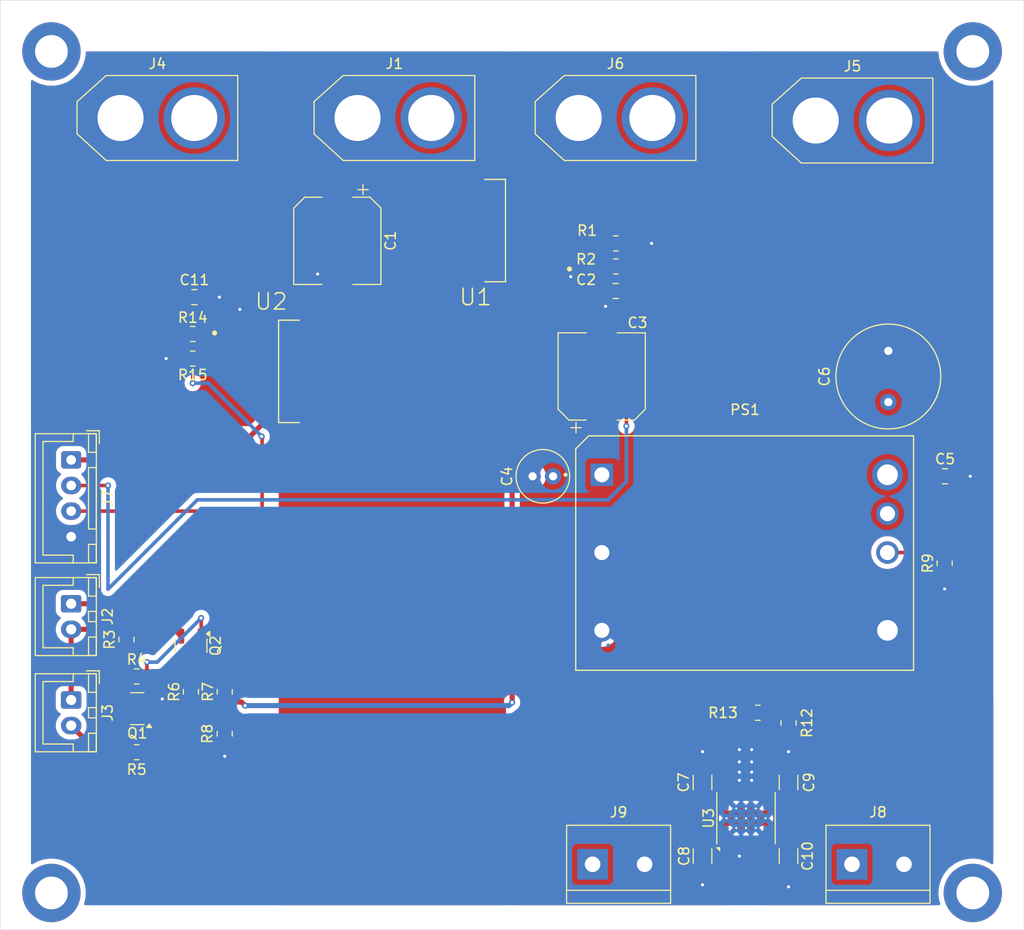
<source format=kicad_pcb>
(kicad_pcb (version 20241229) (generator "pcbnew") (generator_version "9.0")
  (layers (0 "F.Cu" signal) (2 "B.Cu" signal) (13 "F.Paste" user) (15 "B.Paste" user) (5 "F.SilkS" user "F.Silkscreen") (7 "B.SilkS" user "B.Silkscreen") (1 "F.Mask" user) (3 "B.Mask" user) (25 "Edge.Cuts" user))
  (net 0 "")
  (net 1 "GND")
  (net 2 "24V_BAT")
  (net 3 "LOAD_VCC")
  (net 4 "+12V")
  (net 5 "+5V")
  (net 6 "/HE_IS")
  (net 7 "Net-(J2-Pin_2)")
  (net 8 "Net-(J3-Pin_2)")
  (net 9 "/HE+")
  (net 10 "/PWR_CTRL_IS")
  (net 11 "/HE_CTRL")
  (net 12 "Net-(PS1-TRIM)")
  (net 13 "Net-(Q1-B)")
  (net 14 "Net-(Q1-C)")
  (net 15 "Net-(Q2-B)")
  (net 16 "Net-(Q2-C)")
  (net 17 "Net-(U1-IS)")
  (net 18 "/PWR_CTRL")
  (net 19 "Net-(U3-FB)")
  (net 20 "Net-(U2-IS)")
  (footprint "MountingHole:MountingHole_3.2mm_M3_ISO7380_Pad" (layer "F.Cu") (at 45 132.2)
    (property "Reference" "REF**" (hide yes))
    (property "Value" "MountingHole_3.2mm_M3_ISO7380_Pad" (hide yes))
    (pad "1" thru_hole circle (at 0 0) (size 5.7 5.7) (drill 3.2) (layers "*.Cu" "*.Mask"))
  )
  (footprint "Connector_JST:JST_XH_B2B-XH-A_1x02_P2.50mm_Vertical" (layer "F.Cu") (at 46.925 103.95 -90)
    (property "Reference" "J2" (at 1.25 -3.55 90) (layer "F.SilkS"))
    (property "Value" "ESTOP")
    (pad "1" thru_hole roundrect (at 0 0 270) (size 1.7 2) (drill 1) (layers "*.Cu" "*.Mask") (roundrect_rratio 0.147059) (net 2 "24V_BAT"))
    (pad "2" thru_hole oval (at 2.5 0 270) (size 1.7 2) (drill 1) (layers "*.Cu" "*.Mask") (net 7 "Net-(J2-Pin_2)"))
  )
  (footprint "BTS50010-1TAE:BTS50010-1TAE" (layer "F.Cu") (at 69.6125 81.25)
    (property "Reference" "U2" (at -3.145 -6.82 0) (layer "F.SilkS") (effects (font (size 1.6 1.6))))
    (property "Value" "BTS50010-1TAE")
    (pad "1" smd rect (at -6.075 -3.81) (size 3.7 0.8) (layers "F.Cu" "F.Mask" "F.Paste") (net 1 "GND"))
    (pad "2" smd rect (at -6.075 -2.54) (size 3.7 0.8) (layers "F.Cu" "F.Mask" "F.Paste") (net 11 "/HE_CTRL"))
    (pad "3" smd rect (at -6.075 -1.27) (size 3.7 0.8) (layers "F.Cu" "F.Mask" "F.Paste") (net 20 "Net-(U2-IS)"))
    (pad "5" smd rect (at -6.075 1.27) (size 3.7 0.8) (layers "F.Cu" "F.Mask" "F.Paste") (net 9 "/HE+"))
    (pad "6" smd rect (at -6.075 2.54) (size 3.7 0.8) (layers "F.Cu" "F.Mask" "F.Paste") (net 9 "/HE+"))
    (pad "7" smd rect (at -6.075 3.81) (size 3.7 0.8) (layers "F.Cu" "F.Mask" "F.Paste") (net 9 "/HE+"))
    (pad "8" smd rect (at 3.925 0 90) (size 10.3 8) (layers "F.Cu" "F.Mask") (net 2 "24V_BAT"))
  )
  (footprint "Capacitor_SMD:CP_Elec_8x10" (layer "F.Cu") (at 98.75 81.75 90)
    (property "Reference" "C3" (at 5.25 3.5 0) (layer "F.SilkS"))
    (property "Value" "100uF")
    (pad "1" smd roundrect (at -3.25 0 90) (size 3.5 2.5) (layers "F.Cu" "F.Mask" "F.Paste") (roundrect_rratio 0.1) (net 3 "LOAD_VCC"))
    (pad "2" smd roundrect (at 3.25 0 90) (size 3.5 2.5) (layers "F.Cu" "F.Mask" "F.Paste") (roundrect_rratio 0.1) (net 1 "GND"))
  )
  (footprint "Package_TO_SOT_SMD:SOT-23" (layer "F.Cu") (at 58.625 108.05 -90)
    (property "Reference" "Q2" (at 0 -2.4 90) (layer "F.SilkS"))
    (property "Value" "MMBT3906")
    (pad "1" smd roundrect (at -0.9375 -0.95 270) (size 1.475 0.6) (layers "F.Cu" "F.Mask" "F.Paste") (net 15 "Net-(Q2-B)"))
    (pad "2" smd roundrect (at -0.9375 0.95 270) (size 1.475 0.6) (layers "F.Cu" "F.Mask" "F.Paste") (net 7 "Net-(J2-Pin_2)"))
    (pad "3" smd roundrect (at 0.9375 0 270) (size 1.475 0.6) (layers "F.Cu" "F.Mask" "F.Paste") (net 16 "Net-(Q2-C)"))
  )
  (footprint "Connector_AMASS:AMASS_XT60-M_1x02_P7.20mm_Vertical" (layer "F.Cu") (at 119.65 56.75)
    (property "Reference" "J5" (at 3.6 -5.3 180) (layer "F.SilkS"))
    (property "Value" "XT60-M")
    (pad "1" thru_hole roundrect (at 0 0) (size 6 6) (drill 4.5) (layers "*.Cu" "*.Mask") (net 1 "GND"))
    (pad "2" thru_hole circle (at 7.2 0) (size 6 6) (drill 4.5) (layers "*.Cu" "*.Mask") (net 4 "+12V"))
  )
  (footprint "Resistor_SMD:R_0805_2012Metric_Pad1.20x1.40mm_HandSolder" (layer "F.Cu") (at 132.25 100 90)
    (property "Reference" "R9" (at 0 -1.65 90) (layer "F.SilkS"))
    (property "Value" "1.4k")
    (pad "1" smd roundrect (at -1 0 90) (size 1.2 1.4) (layers "F.Cu" "F.Mask" "F.Paste") (roundrect_rratio 0.208333) (net 1 "GND"))
    (pad "2" smd roundrect (at 1 0 90) (size 1.2 1.4) (layers "F.Cu" "F.Mask" "F.Paste") (roundrect_rratio 0.208333) (net 12 "Net-(PS1-TRIM)"))
  )
  (footprint "Resistor_SMD:R_0805_2012Metric_Pad1.20x1.40mm_HandSolder" (layer "F.Cu") (at 114 114.6)
    (property "Reference" "R13" (at -3.4 0 0) (layer "F.SilkS"))
    (property "Value" "2.49k")
    (pad "1" smd roundrect (at -1 0) (size 1.2 1.4) (layers "F.Cu" "F.Mask" "F.Paste") (roundrect_rratio 0.208333) (net 1 "GND"))
    (pad "2" smd roundrect (at 1 0) (size 1.2 1.4) (layers "F.Cu" "F.Mask" "F.Paste") (roundrect_rratio 0.208333) (net 19 "Net-(U3-FB)"))
  )
  (footprint "Resistor_SMD:R_0805_2012Metric_Pad1.20x1.40mm_HandSolder" (layer "F.Cu") (at 100.125 68.75 180)
    (property "Reference" "R1" (at 2.8 1.25 0) (layer "F.SilkS"))
    (property "Value" "1k" (hide yes))
    (pad "1" smd roundrect (at -1 0 180) (size 1.2 1.4) (layers "F.Cu" "F.Mask" "F.Paste") (roundrect_rratio 0.208333) (net 1 "GND"))
    (pad "2" smd roundrect (at 1 0 180) (size 1.2 1.4) (layers "F.Cu" "F.Mask" "F.Paste") (roundrect_rratio 0.208333) (net 17 "Net-(U1-IS)"))
  )
  (footprint "I6A24014A033V-001-R:I6A24014A033V-001-R" (layer "F.Cu") (at 112.7125 99)
    (property "Reference" "PS1" (at 0.0375 -14 0) (layer "F.SilkS"))
    (property "Value" "I6A24014A033V-001-R")
    (pad "1" thru_hole rect (at -13.95 -7.65) (size 2.205 2.205) (drill 1.47) (layers "*.Cu" "*.Mask") (net 3 "LOAD_VCC"))
    (pad "2" thru_hole circle (at -13.95 -0.05) (size 2.205 2.205) (drill 1.47) (layers "*.Cu" "*.Mask") (net 1 "GND"))
    (pad "3" thru_hole circle (at -13.95 7.55) (size 2.205 2.205) (drill 1.47) (layers "*.Cu" "*.Mask") (net 1 "GND"))
    (pad "4" thru_hole circle (at 13.95 7.55) (size 3.03 3.03) (drill 2.02) (layers "*.Cu" "*.Mask") (net 1 "GND"))
    (pad "6" thru_hole circle (at 13.95 -0.05) (size 2.205 2.205) (drill 1.47) (layers "*.Cu" "*.Mask") (net 12 "Net-(PS1-TRIM)"))
    (pad "7" thru_hole circle (at 13.95 -3.85) (size 2.205 2.205) (drill 1.47) (layers "*.Cu" "*.Mask") (net 4 "+12V"))
    (pad "8" thru_hole circle (at 13.95 -7.65) (size 3.03 3.03) (drill 2.02) (layers "*.Cu" "*.Mask") (net 4 "+12V"))
  )
  (footprint "Connector_AMASS:AMASS_XT60-M_1x02_P7.20mm_Vertical" (layer "F.Cu") (at 74.9 56.5)
    (property "Reference" "J1" (at 3.6 -5.3 180) (layer "F.SilkS"))
    (property "Value" "XT60-M")
    (pad "1" thru_hole roundrect (at 0 0) (size 6 6) (drill 4.5) (layers "*.Cu" "*.Mask") (net 1 "GND"))
    (pad "2" thru_hole circle (at 7.2 0) (size 6 6) (drill 4.5) (layers "*.Cu" "*.Mask") (net 2 "24V_BAT"))
  )
  (footprint "MountingHole:MountingHole_3.2mm_M3_ISO7380_Pad" (layer "F.Cu") (at 45 50)
    (property "Reference" "REF**" (hide yes))
    (property "Value" "MountingHole_3.2mm_M3_ISO7380_Pad" (hide yes))
    (pad "1" thru_hole circle (at 0 0) (size 5.7 5.7) (drill 3.2) (layers "*.Cu" "*.Mask"))
  )
  (footprint "Capacitor_SMD:C_0805_2012Metric_Pad1.18x1.45mm_HandSolder" (layer "F.Cu") (at 100.125 73.4 180)
    (property "Reference" "C2" (at 2.9 1.1 0) (layer "F.SilkS"))
    (property "Value" "10nF" (hide yes))
    (pad "1" smd roundrect (at -1.0375 0 180) (size 1.175 1.45) (layers "F.Cu" "F.Mask" "F.Paste") (roundrect_rratio 0.212766) (net 10 "/PWR_CTRL_IS"))
    (pad "2" smd roundrect (at 1.0375 0 180) (size 1.175 1.45) (layers "F.Cu" "F.Mask" "F.Paste") (roundrect_rratio 0.212766) (net 1 "GND"))
  )
  (footprint "Connector_AMASS:AMASS_XT60-M_1x02_P7.20mm_Vertical" (layer "F.Cu") (at 96.5 56.5)
    (property "Reference" "J6" (at 3.6 -5.3 180) (layer "F.SilkS"))
    (property "Value" "XT60-M")
    (pad "1" thru_hole roundrect (at 0 0) (size 6 6) (drill 4.5) (layers "*.Cu" "*.Mask") (net 1 "GND"))
    (pad "2" thru_hole circle (at 7.2 0) (size 6 6) (drill 4.5) (layers "*.Cu" "*.Mask") (net 3 "LOAD_VCC"))
  )
  (footprint "Capacitor_THT:C_Radial_D10.0mm_H12.5mm_P5.00mm" (layer "F.Cu") (at 126.75 84.25 90)
    (property "Reference" "C6" (at 2.5 -6.25 90) (layer "F.SilkS"))
    (property "Value" "330uF")
    (pad "1" thru_hole circle (at 0 0 90) (size 1.6 1.6) (drill 0.8) (layers "*.Cu" "*.Mask") (net 4 "+12V"))
    (pad "2" thru_hole circle (at 5 0 90) (size 1.6 1.6) (drill 0.8) (layers "*.Cu" "*.Mask") (net 1 "GND"))
  )
  (footprint "Resistor_SMD:R_0805_2012Metric_Pad1.20x1.40mm_HandSolder" (layer "F.Cu") (at 58.8 80)
    (property "Reference" "R14" (at 0 -4 0) (layer "F.SilkS"))
    (property "Value" "1k")
    (pad "1" smd roundrect (at -1 0) (size 1.2 1.4) (layers "F.Cu" "F.Mask" "F.Paste") (roundrect_rratio 0.208333) (net 1 "GND"))
    (pad "2" smd roundrect (at 1 0) (size 1.2 1.4) (layers "F.Cu" "F.Mask" "F.Paste") (roundrect_rratio 0.208333) (net 20 "Net-(U2-IS)"))
  )
  (footprint "Resistor_SMD:R_0805_2012Metric_Pad1.20x1.40mm_HandSolder" (layer "F.Cu") (at 52.325 107.45 90)
    (property "Reference" "R3" (at 0 -1.65 90) (layer "F.SilkS"))
    (property "Value" "10k")
    (pad "1" smd roundrect (at -1 0 90) (size 1.2 1.4) (layers "F.Cu" "F.Mask" "F.Paste") (roundrect_rratio 0.208333) (net 14 "Net-(Q1-C)"))
    (pad "2" smd roundrect (at 1 0 90) (size 1.2 1.4) (layers "F.Cu" "F.Mask" "F.Paste") (roundrect_rratio 0.208333) (net 7 "Net-(J2-Pin_2)"))
  )
  (footprint "Resistor_SMD:R_0805_2012Metric_Pad1.20x1.40mm_HandSolder" (layer "F.Cu") (at 117 115.6 -90)
    (property "Reference" "R12" (at 0 -1.8 90) (layer "F.SilkS"))
    (property "Value" "10k")
    (pad "1" smd roundrect (at -1 0 270) (size 1.2 1.4) (layers "F.Cu" "F.Mask" "F.Paste") (roundrect_rratio 0.208333) (net 19 "Net-(U3-FB)"))
    (pad "2" smd roundrect (at 1 0 270) (size 1.2 1.4) (layers "F.Cu" "F.Mask" "F.Paste") (roundrect_rratio 0.208333) (net 5 "+5V"))
  )
  (footprint "Resistor_SMD:R_0805_2012Metric_Pad1.20x1.40mm_HandSolder" (layer "F.Cu") (at 100.125 71)
    (property "Reference" "R2" (at -2.9 -0.7 180) (layer "F.SilkS"))
    (property "Value" "4.7k" (hide yes))
    (pad "1" smd roundrect (at -1 0) (size 1.2 1.4) (layers "F.Cu" "F.Mask" "F.Paste") (roundrect_rratio 0.208333) (net 17 "Net-(U1-IS)"))
    (pad "2" smd roundrect (at 1 0) (size 1.2 1.4) (layers "F.Cu" "F.Mask" "F.Paste") (roundrect_rratio 0.208333) (net 10 "/PWR_CTRL_IS"))
  )
  (footprint "Capacitor_SMD:C_1206_3216Metric_Pad1.33x1.80mm_HandSolder" (layer "F.Cu") (at 117 121.4 90)
    (property "Reference" "C9" (at 0 2 90) (layer "F.SilkS"))
    (property "Value" "47uF")
    (pad "1" smd roundrect (at -1.5625 0 90) (size 1.325 1.8) (layers "F.Cu" "F.Mask" "F.Paste") (roundrect_rratio 0.188679) (net 5 "+5V"))
    (pad "2" smd roundrect (at 1.5625 0 90) (size 1.325 1.8) (layers "F.Cu" "F.Mask" "F.Paste") (roundrect_rratio 0.188679) (net 1 "GND"))
  )
  (footprint "Capacitor_THT:C_Radial_D5.0mm_H11.0mm_P2.00mm" (layer "F.Cu") (at 94 91.5 180)
    (property "Reference" "C4" (at 4.5 0 90) (layer "F.SilkS"))
    (property "Value" "22uF")
    (pad "1" thru_hole circle (at 0 0 180) (size 1.6 1.6) (drill 0.8) (layers "*.Cu" "*.Mask") (net 3 "LOAD_VCC"))
    (pad "2" thru_hole circle (at 2 0 180) (size 1.6 1.6) (drill 0.8) (layers "*.Cu" "*.Mask") (net 1 "GND"))
  )
  (footprint "Capacitor_SMD:C_1206_3216Metric_Pad1.33x1.80mm_HandSolder" (layer "F.Cu") (at 108.6 121.4 90)
    (property "Reference" "C7" (at 0 -1.85 90) (layer "F.SilkS"))
    (property "Value" "10uF")
    (pad "1" smd roundrect (at -1.5625 0 90) (size 1.325 1.8) (layers "F.Cu" "F.Mask" "F.Paste") (roundrect_rratio 0.188679) (net 3 "LOAD_VCC"))
    (pad "2" smd roundrect (at 1.5625 0 90) (size 1.325 1.8) (layers "F.Cu" "F.Mask" "F.Paste") (roundrect_rratio 0.188679) (net 1 "GND"))
  )
  (footprint "Connector_AMASS:AMASS_XT60-M_1x02_P7.20mm_Vertical" (layer "F.Cu") (at 51.75 56.5)
    (property "Reference" "J4" (at 3.6 -5.3 180) (layer "F.SilkS"))
    (property "Value" "XT60-M")
    (pad "1" thru_hole roundrect (at 0 0) (size 6 6) (drill 4.5) (layers "*.Cu" "*.Mask") (net 1 "GND"))
    (pad "2" thru_hole circle (at 7.2 0) (size 6 6) (drill 4.5) (layers "*.Cu" "*.Mask") (net 9 "/HE+"))
  )
  (footprint "Capacitor_SMD:C_1206_3216Metric_Pad1.33x1.80mm_HandSolder" (layer "F.Cu") (at 108.6 128.6 -90)
    (property "Reference" "C8" (at 0 1.8 90) (layer "F.SilkS"))
    (property "Value" "10uF")
    (pad "1" smd roundrect (at -1.5625 0 270) (size 1.325 1.8) (layers "F.Cu" "F.Mask" "F.Paste") (roundrect_rratio 0.188679) (net 3 "LOAD_VCC"))
    (pad "2" smd roundrect (at 1.5625 0 270) (size 1.325 1.8) (layers "F.Cu" "F.Mask" "F.Paste") (roundrect_rratio 0.188679) (net 1 "GND"))
  )
  (footprint "Resistor_SMD:R_0805_2012Metric_Pad1.20x1.40mm_HandSolder" (layer "F.Cu") (at 58.8 77.6 180)
    (property "Reference" "R15" (at 0 -4 0) (layer "F.SilkS"))
    (property "Value" "4.7k")
    (pad "1" smd roundrect (at -1 0 180) (size 1.2 1.4) (layers "F.Cu" "F.Mask" "F.Paste") (roundrect_rratio 0.208333) (net 20 "Net-(U2-IS)"))
    (pad "2" smd roundrect (at 1 0 180) (size 1.2 1.4) (layers "F.Cu" "F.Mask" "F.Paste") (roundrect_rratio 0.208333) (net 6 "/HE_IS"))
  )
  (footprint "Resistor_SMD:R_0805_2012Metric_Pad1.20x1.40mm_HandSolder" (layer "F.Cu") (at 61.925 116.65 90)
    (property "Reference" "R8" (at 0 -1.7 90) (layer "F.SilkS"))
    (property "Value" "10k")
    (pad "1" smd roundrect (at -1 0 90) (size 1.2 1.4) (layers "F.Cu" "F.Mask" "F.Paste") (roundrect_rratio 0.208333) (net 1 "GND"))
    (pad "2" smd roundrect (at 1 0 90) (size 1.2 1.4) (layers "F.Cu" "F.Mask" "F.Paste") (roundrect_rratio 0.208333) (net 18 "/PWR_CTRL"))
  )
  (footprint "Package_TO_SOT_SMD:SOT-23" (layer "F.Cu") (at 53.3875 114.2 180)
    (property "Reference" "Q1" (at 0 -2.4 0) (layer "F.SilkS"))
    (property "Value" "MMBT3904")
    (pad "1" smd roundrect (at -0.9375 -0.95 180) (size 1.475 0.6) (layers "F.Cu" "F.Mask" "F.Paste") (net 13 "Net-(Q1-B)"))
    (pad "2" smd roundrect (at -0.9375 0.95 180) (size 1.475 0.6) (layers "F.Cu" "F.Mask" "F.Paste") (net 1 "GND"))
    (pad "3" smd roundrect (at 0.9375 0 180) (size 1.475 0.6) (layers "F.Cu" "F.Mask" "F.Paste") (net 14 "Net-(Q1-C)"))
  )
  (footprint "Capacitor_SMD:C_1206_3216Metric_Pad1.33x1.80mm_HandSolder" (layer "F.Cu") (at 117 128.6 -90)
    (property "Reference" "C10" (at 0 -1.85 90) (layer "F.SilkS"))
    (property "Value" "47uF")
    (pad "1" smd roundrect (at -1.5625 0 270) (size 1.325 1.8) (layers "F.Cu" "F.Mask" "F.Paste") (roundrect_rratio 0.188679) (net 5 "+5V"))
    (pad "2" smd roundrect (at 1.5625 0 270) (size 1.325 1.8) (layers "F.Cu" "F.Mask" "F.Paste") (roundrect_rratio 0.188679) (net 1 "GND"))
  )
  (footprint "Capacitor_SMD:C_0805_2012Metric_Pad1.18x1.45mm_HandSolder" (layer "F.Cu") (at 58.9625 74)
    (property "Reference" "C11" (at 0 -1.68 0) (layer "F.SilkS"))
    (property "Value" "10nF")
    (pad "1" smd roundrect (at -1.0375 0) (size 1.175 1.45) (layers "F.Cu" "F.Mask" "F.Paste") (roundrect_rratio 0.212766) (net 6 "/HE_IS"))
    (pad "2" smd roundrect (at 1.0375 0) (size 1.175 1.45) (layers "F.Cu" "F.Mask" "F.Paste") (roundrect_rratio 0.212766) (net 1 "GND"))
  )
  (footprint "Resistor_SMD:R_0805_2012Metric_Pad1.20x1.40mm_HandSolder" (layer "F.Cu") (at 61.925 112.55 90)
    (property "Reference" "R7" (at 0 -1.65 90) (layer "F.SilkS"))
    (property "Value" "10k")
    (pad "1" smd roundrect (at -1 0 90) (size 1.2 1.4) (layers "F.Cu" "F.Mask" "F.Paste") (roundrect_rratio 0.208333) (net 18 "/PWR_CTRL"))
    (pad "2" smd roundrect (at 1 0 90) (size 1.2 1.4) (layers "F.Cu" "F.Mask" "F.Paste") (roundrect_rratio 0.208333) (net 16 "Net-(Q2-C)"))
  )
  (footprint "Resistor_SMD:R_0805_2012Metric_Pad1.20x1.40mm_HandSolder" (layer "F.Cu") (at 53.325 111.05)
    (property "Reference" "R4" (at 0 -1.65 0) (layer "F.SilkS"))
    (property "Value" "10k")
    (pad "1" smd roundrect (at -1 0) (size 1.2 1.4) (layers "F.Cu" "F.Mask" "F.Paste") (roundrect_rratio 0.208333) (net 14 "Net-(Q1-C)"))
    (pad "2" smd roundrect (at 1 0) (size 1.2 1.4) (layers "F.Cu" "F.Mask" "F.Paste") (roundrect_rratio 0.208333) (net 15 "Net-(Q2-B)"))
  )
  (footprint "Capacitor_SMD:C_0805_2012Metric_Pad1.18x1.45mm_HandSolder" (layer "F.Cu") (at 132.2875 91.5)
    (property "Reference" "C5" (at 0 -1.68 0) (layer "F.SilkS"))
    (property "Value" "100nF")
    (pad "1" smd roundrect (at -1.0375 0) (size 1.175 1.45) (layers "F.Cu" "F.Mask" "F.Paste") (roundrect_rratio 0.212766) (net 4 "+12V"))
    (pad "2" smd roundrect (at 1.0375 0) (size 1.175 1.45) (layers "F.Cu" "F.Mask" "F.Paste") (roundrect_rratio 0.212766) (net 1 "GND"))
  )
  (footprint "Connector_JST:JST_XH_B4B-XH-A_1x04_P2.50mm_Vertical" (layer "F.Cu") (at 46.925 89.9 -90)
    (property "Reference" "J7" (at 3.75 -3.55 90) (layer "F.SilkS"))
    (property "Value" "Conn_01x04")
    (pad "1" thru_hole roundrect (at 0 0 270) (size 1.7 1.95) (drill 0.95) (layers "*.Cu" "*.Mask") (roundrect_rratio 0.147059) (net 11 "/HE_CTRL"))
    (pad "2" thru_hole oval (at 2.5 0 270) (size 1.7 1.95) (drill 0.95) (layers "*.Cu" "*.Mask") (net 10 "/PWR_CTRL_IS"))
    (pad "3" thru_hole oval (at 5 0 270) (size 1.7 1.95) (drill 0.95) (layers "*.Cu" "*.Mask") (net 6 "/HE_IS"))
    (pad "4" thru_hole oval (at 7.5 0 270) (size 1.7 1.95) (drill 0.95) (layers "*.Cu" "*.Mask") (net 1 "GND"))
  )
  (footprint "MountingHole:MountingHole_3.2mm_M3_ISO7380_Pad" (layer "F.Cu") (at 135 132.2)
    (property "Reference" "REF**" (hide yes))
    (property "Value" "MountingHole_3.2mm_M3_ISO7380_Pad" (hide yes))
    (pad "1" thru_hole circle (at 0 0) (size 5.7 5.7) (drill 3.2) (layers "*.Cu" "*.Mask"))
  )
  (footprint "TerminalBlock:TerminalBlock_bornier-2_P5.08mm" (layer "F.Cu") (at 123.2 129.4)
    (property "Reference" "J8" (at 2.54 -5.08 0) (layer "F.SilkS"))
    (property "Value" "Screw_Terminal_01x02")
    (pad "1" thru_hole rect (at 0 0) (size 3 3) (drill 1.52) (layers "*.Cu" "*.Mask") (net 5 "+5V"))
    (pad "2" thru_hole circle (at 5.08 0) (size 3 3) (drill 1.52) (layers "*.Cu" "*.Mask") (net 1 "GND"))
  )
  (footprint "BTS50010-1TAE:BTS50010-1TAE" (layer "F.Cu") (at 86.925 67.5 180)
    (property "Reference" "U1" (at 0.5 -6.5 0) (layer "F.SilkS") (effects (font (size 1.6 1.6))))
    (property "Value" "BTS50010-1TAE")
    (pad "1" smd rect (at -6.075 -3.81 180) (size 3.7 0.8) (layers "F.Cu" "F.Mask" "F.Paste") (net 1 "GND"))
    (pad "2" smd rect (at -6.075 -2.54 180) (size 3.7 0.8) (layers "F.Cu" "F.Mask" "F.Paste") (net 18 "/PWR_CTRL"))
    (pad "3" smd rect (at -6.075 -1.27 180) (size 3.7 0.8) (layers "F.Cu" "F.Mask" "F.Paste") (net 17 "Net-(U1-IS)"))
    (pad "5" smd rect (at -6.075 1.27 180) (size 3.7 0.8) (layers "F.Cu" "F.Mask" "F.Paste") (net 3 "LOAD_VCC"))
    (pad "6" smd rect (at -6.075 2.54 180) (size 3.7 0.8) (layers "F.Cu" "F.Mask" "F.Paste") (net 3 "LOAD_VCC"))
    (pad "7" smd rect (at -6.075 3.81 180) (size 3.7 0.8) (layers "F.Cu" "F.Mask" "F.Paste") (net 3 "LOAD_VCC"))
    (pad "8" smd rect (at 3.925 0 270) (size 10.3 8) (layers "F.Cu" "F.Mask") (net 2 "24V_BAT"))
  )
  (footprint "Package_DFN_QFN:Texas_B3QFN-14-1EP_5x5.5mm_P0.65mm_ThermalVia" (layer "F.Cu") (at 112.845 124.9 90)
    (property "Reference" "U3" (at 0 -3.65 90) (layer "F.SilkS"))
    (property "Value" "TPSM53604RDA")
    (pad "1" smd roundrect (at -2 -2.145 90) (size 1.4 0.5) (layers "F.Cu" "F.Mask" "F.Paste") (roundrect_rratio 0.1) (net 3 "LOAD_VCC"))
    (pad "2" smd roundrect (at -2.35 -1.17 90) (size 0.7 0.35) (layers "F.Cu" "F.Mask" "F.Paste") (roundrect_rratio 0.143) (net 3 "LOAD_VCC"))
    (pad "3" smd roundrect (at -2.35 -0.52 90) (size 0.7 0.35) (layers "F.Cu" "F.Mask" "F.Paste") (roundrect_rratio 0.143) (net 1 "GND"))
    (pad "4" smd roundrect (at -2.35 0.13 90) (size 0.7 0.35) (layers "F.Cu" "F.Mask" "F.Paste") (roundrect_rratio 0.143))
    (pad "5" smd roundrect (at -2.35 0.78 90) (size 0.7 0.35) (layers "F.Cu" "F.Mask" "F.Paste") (roundrect_rratio 0.143))
    (pad "6" smd roundrect (at -2.35 1.43 90) (size 0.7 0.35) (layers "F.Cu" "F.Mask" "F.Paste") (roundrect_rratio 0.143))
    (pad "7" smd roundrect (at -2 2.155 90) (size 1.4 0.5) (layers "F.Cu" "F.Mask" "F.Paste") (roundrect_rratio 0.1) (net 5 "+5V"))
    (pad "8" smd roundrect (at 2 2.155 90) (size 1.4 0.5) (layers "F.Cu" "F.Mask" "F.Paste") (roundrect_rratio 0.1) (net 5 "+5V"))
    (pad "9" smd roundrect (at 2.35 1.43 90) (size 0.7 0.35) (layers "F.Cu" "F.Mask" "F.Paste") (roundrect_rratio 0.143) (net 19 "Net-(U3-FB)"))
    (pad "10" smd roundrect (at 2.35 0.78 90) (size 0.7 0.35) (layers "F.Cu" "F.Mask" "F.Paste") (roundrect_rratio 0.143) (net 1 "GND"))
    (pad "11" smd roundrect (at 2.35 0.13 90) (size 0.7 0.35) (layers "F.Cu" "F.Mask" "F.Paste") (roundrect_rratio 0.143) (net 1 "GND"))
    (pad "12" smd roundrect (at 2.35 -0.52 90) (size 0.7 0.35) (layers "F.Cu" "F.Mask" "F.Paste") (roundrect_rratio 0.143) (net 1 "GND"))
    (pad "13" smd roundrect (at 2.35 -1.17 90) (size 0.7 0.35) (layers "F.Cu" "F.Mask" "F.Paste") (roundrect_rratio 0.143))
    (pad "14" smd roundrect (at 2 -2.145 90) (size 1.4 0.5) (layers "F.Cu" "F.Mask" "F.Paste") (roundrect_rratio 0.1) (net 3 "LOAD_VCC"))
    (pad "15" thru_hole circle (at -0.95 -0.95 90) (size 0.5 0.5) (drill 0.2) (layers "*.Cu" "*.Mask") (net 1 "GND"))
    (pad "15" thru_hole circle (at -0.95 0 90) (size 0.5 0.5) (drill 0.2) (layers "*.Cu" "*.Mask") (net 1 "GND"))
    (pad "15" thru_hole circle (at -0.95 0.95 90) (size 0.5 0.5) (drill 0.2) (layers "*.Cu" "*.Mask") (net 1 "GND"))
    (pad "15" thru_hole circle (at 0 -1.9 90) (size 0.5 0.5) (drill 0.2) (layers "*.Cu" "*.Mask") (net 1 "GND"))
    (pad "15" thru_hole circle (at 0 -0.95 90) (size 0.5 0.5) (drill 0.2) (layers "*.Cu" "*.Mask") (net 1 "GND"))
    (pad "15" thru_hole circle (at 0 0 90) (size 0.5 0.5) (drill 0.2) (layers "*.Cu" "*.Mask") (net 1 "GND"))
    (pad "15" smd custom (at 0 0 90) (size 2.5 2.5) (layers "F.Cu" "F.Mask") (net 1 "GND") (options (clearance outline) (anchor rect)) (primitives (gr_poly (pts (xy 0.75 -1.25) (xy -0.75 -1.25) (xy -0.75 -2.3) (xy 0.75 -2.3)) (width 0) (fill yes)) (gr_poly (pts (xy 0.75 2.3) (xy -0.75 2.3) (xy -0.75 1.25) (xy 0.75 1.25)) (width 0) (fill yes))))
    (pad "15" thru_hole circle (at 0 0.95 90) (size 0.5 0.5) (drill 0.2) (layers "*.Cu" "*.Mask") (net 1 "GND"))
    (pad "15" thru_hole circle (at 0 1.9 90) (size 0.5 0.5) (drill 0.2) (layers "*.Cu" "*.Mask") (net 1 "GND"))
    (pad "15" thru_hole circle (at 0.95 -0.95 90) (size 0.5 0.5) (drill 0.2) (layers "*.Cu" "*.Mask") (net 1 "GND"))
    (pad "15" thru_hole circle (at 0.95 0 90) (size 0.5 0.5) (drill 0.2) (layers "*.Cu" "*.Mask") (net 1 "GND"))
    (pad "15" thru_hole circle (at 0.95 0.95 90) (size 0.5 0.5) (drill 0.2) (layers "*.Cu" "*.Mask") (net 1 "GND"))
  )
  (footprint "MountingHole:MountingHole_3.2mm_M3_ISO7380_Pad" (layer "F.Cu") (at 135 50)
    (property "Reference" "REF**" (hide yes))
    (property "Value" "MountingHole_3.2mm_M3_ISO7380_Pad" (hide yes))
    (pad "1" thru_hole circle (at 0 0) (size 5.7 5.7) (drill 3.2) (layers "*.Cu" "*.Mask"))
  )
  (footprint "Capacitor_SMD:CP_Elec_8x10" (layer "F.Cu") (at 72.925 68.5 -90)
    (property "Reference" "C1" (at 0 -5.2 90) (layer "F.SilkS"))
    (property "Value" "100uF")
    (pad "1" smd roundrect (at -3.25 0 270) (size 3.5 2.5) (layers "F.Cu" "F.Mask" "F.Paste") (roundrect_rratio 0.1) (net 2 "24V_BAT"))
    (pad "2" smd roundrect (at 3.25 0 270) (size 3.5 2.5) (layers "F.Cu" "F.Mask" "F.Paste") (roundrect_rratio 0.1) (net 1 "GND"))
  )
  (footprint "Resistor_SMD:R_0805_2012Metric_Pad1.20x1.40mm_HandSolder" (layer "F.Cu") (at 58.625 112.55 90)
    (property "Reference" "R6" (at 0 -1.65 90) (layer "F.SilkS"))
    (property "Value" "10k")
    (pad "1" smd roundrect (at -1 0 90) (size 1.2 1.4) (layers "F.Cu" "F.Mask" "F.Paste") (roundrect_rratio 0.208333) (net 13 "Net-(Q1-B)"))
    (pad "2" smd roundrect (at 1 0 90) (size 1.2 1.4) (layers "F.Cu" "F.Mask" "F.Paste") (roundrect_rratio 0.208333) (net 16 "Net-(Q2-C)"))
  )
  (footprint "Connector_JST:JST_XH_B2B-XH-A_1x02_P2.50mm_Vertical" (layer "F.Cu") (at 46.925 113.35 -90)
    (property "Reference" "J3" (at 1.25 -3.55 90) (layer "F.SilkS"))
    (property "Value" "ON")
    (pad "1" thru_hole roundrect (at 0 0 270) (size 1.7 2) (drill 1) (layers "*.Cu" "*.Mask") (roundrect_rratio 0.147059) (net 7 "Net-(J2-Pin_2)"))
    (pad "2" thru_hole oval (at 2.5 0 270) (size 1.7 2) (drill 1) (layers "*.Cu" "*.Mask") (net 8 "Net-(J3-Pin_2)"))
  )
  (footprint "Resistor_SMD:R_0805_2012Metric_Pad1.20x1.40mm_HandSolder" (layer "F.Cu") (at 53.325 118.45)
    (property "Reference" "R5" (at 0 1.7 0) (layer "F.SilkS"))
    (property "Value" "10k")
    (pad "1" smd roundrect (at -1 0) (size 1.2 1.4) (layers "F.Cu" "F.Mask" "F.Paste") (roundrect_rratio 0.208333) (net 8 "Net-(J3-Pin_2)"))
    (pad "2" smd roundrect (at 1 0) (size 1.2 1.4) (layers "F.Cu" "F.Mask" "F.Paste") (roundrect_rratio 0.208333) (net 13 "Net-(Q1-B)"))
  )
  (footprint "TerminalBlock:TerminalBlock_bornier-2_P5.08mm" (layer "F.Cu") (at 97.86 129.4)
    (property "Reference" "J9" (at 2.54 -5.08 0) (layer "F.SilkS"))
    (property "Value" "Screw_Terminal_01x02")
    (pad "1" thru_hole rect (at 0 0) (size 3 3) (drill 1.52) (layers "*.Cu" "*.Mask") (net 3 "LOAD_VCC"))
    (pad "2" thru_hole circle (at 5.08 0) (size 3 3) (drill 1.52) (layers "*.Cu" "*.Mask") (net 1 "GND"))
  )
  (gr_rect (start 40 45) (end 140 135.8) (stroke (width 0.05)) (fill no) (layer "Edge.Cuts"))
  (segment (start 98.75 78.5) (end 98.75 75.275) (width 0.5) (layer "F.Cu") (net 1))
  (segment (start 95.035 71.31) (end 95.725 72) (width 0.5) (layer "F.Cu") (net 1))
  (segment (start 101.125 68.75) (end 103.625 68.75) (width 0.5) (layer "F.Cu") (net 1))
  (segment (start 72.925 71.75) (end 71 71.75) (width 0.5) (layer "F.Cu") (net 1))
  (segment (start 57.8 80) (end 56.2 80) (width 0.35) (layer "F.Cu") (net 1))
  (segment (start 117 130.1625) (end 117 131.6) (width 0.35) (layer "F.Cu") (net 1))
  (segment (start 112.325 127.25) (end 112.325 128.475) (width 0.35) (layer "F.Cu") (net 1))
  (segment (start 63.5375 75.3375) (end 63.4 75.2) (width 0.5) (layer "F.Cu") (net 1))
  (segment (start 108.6 130.1625) (end 108.6 131.4) (width 0.35) (layer "F.Cu") (net 1))
  (segment (start 112.325 128.475) (end 112.2 128.6) (width 0.35) (layer "F.Cu") (net 1))
  (segment (start 54.325 113.25) (end 55.825 113.25) (width 0.5) (layer "F.Cu") (net 1))
  (segment (start 63.5375 77.44) (end 63.5375 75.3375) (width 0.5) (layer "F.Cu") (net 1))
  (segment (start 108.6 119.8375) (end 108.6 118.4) (width 0.35) (layer "F.Cu") (net 1))
  (segment (start 98.75 75.275) (end 99.125 74.9) (width 0.5) (layer "F.Cu") (net 1))
  (segment (start 132.25 101) (end 132.25 102.5) (width 0.35) (layer "F.Cu") (net 1))
  (segment (start 93 71.31) (end 95.035 71.31) (width 0.5) (layer "F.Cu") (net 1))
  (segment (start 133.325 91.5) (end 134.75 91.5) (width 0.35) (layer "F.Cu") (net 1))
  (segment (start 61.925 117.65) (end 61.925 118.85) (width 0.35) (layer "F.Cu") (net 1))
  (segment (start 60 74) (end 61.4 74) (width 0.5) (layer "F.Cu") (net 1))
  (segment (start 117 119.8375) (end 117 118.4) (width 0.35) (layer "F.Cu") (net 1))
  (segment (start 99.0875 73.4) (end 99.0875 74.8625) (width 0.35) (layer "F.Cu") (net 1))
  (segment (start 99.0875 74.8625) (end 99.125 74.9) (width 0.35) (layer "F.Cu") (net 1))
  (via (at 113.4 121.2) (size 0.6) (drill 0.3) (layers "F.Cu" "B.Cu") (net 1))
  (via (at 108.6 131.4) (size 0.6) (drill 0.3) (layers "F.Cu" "B.Cu") (net 1))
  (via (at 61.4 74) (size 0.6) (drill 0.3) (layers "F.Cu" "B.Cu") (net 1))
  (via (at 112.2 121.2) (size 0.6) (drill 0.3) (layers "F.Cu" "B.Cu") (net 1))
  (via (at 117 118.4) (size 0.6) (drill 0.3) (layers "F.Cu" "B.Cu") (net 1))
  (via (at 61.925 118.85) (size 0.6) (drill 0.3) (layers "F.Cu" "B.Cu") (net 1))
  (via (at 71 71.75) (size 0.6) (drill 0.3) (layers "F.Cu" "B.Cu") (net 1))
  (via (at 134.75 91.5) (size 0.6) (drill 0.3) (layers "F.Cu" "B.Cu") (net 1))
  (via (at 56.2 80) (size 0.6) (drill 0.3) (layers "F.Cu" "B.Cu") (net 1))
  (via (at 117 131.6) (size 0.6) (drill 0.3) (layers "F.Cu" "B.Cu") (net 1))
  (via (at 99.125 74.9) (size 0.6) (drill 0.3) (layers "F.Cu" "B.Cu") (net 1))
  (via (at 112.2 119.4) (size 0.6) (drill 0.3) (layers "F.Cu" "B.Cu") (net 1))
  (via (at 95.725 72) (size 0.6) (drill 0.3) (layers "F.Cu" "B.Cu") (net 1))
  (via (at 112.2 118.2) (size 0.6) (drill 0.3) (layers "F.Cu" "B.Cu") (net 1))
  (via (at 55.825 113.25) (size 0.6) (drill 0.3) (layers "F.Cu" "B.Cu") (net 1))
  (via (at 112.2 120.4) (size 0.6) (drill 0.3) (layers "F.Cu" "B.Cu") (net 1))
  (via (at 103.625 68.75) (size 0.6) (drill 0.3) (layers "F.Cu" "B.Cu") (net 1))
  (via (at 63.4 75.2) (size 0.6) (drill 0.3) (layers "F.Cu" "B.Cu") (net 1))
  (via (at 108.6 118.4) (size 0.6) (drill 0.3) (layers "F.Cu" "B.Cu") (net 1))
  (via (at 113.4 120.4) (size 0.6) (drill 0.3) (layers "F.Cu" "B.Cu") (net 1))
  (via (at 113.4 119.4) (size 0.6) (drill 0.3) (layers "F.Cu" "B.Cu") (net 1))
  (via (at 132.25 102.5) (size 0.6) (drill 0.3) (layers "F.Cu" "B.Cu") (net 1))
  (via (at 112.2 128.6) (size 0.6) (drill 0.3) (layers "F.Cu" "B.Cu") (net 1))
  (via (at 113.4 118.2) (size 0.6) (drill 0.3) (layers "F.Cu" "B.Cu") (net 1))
  (segment (start 63.375 103.95) (end 67.425 99.9) (width 0.5) (layer "F.Cu") (net 2))
  (segment (start 46.925 103.95) (end 63.375 103.95) (width 0.5) (layer "F.Cu") (net 2))
  (segment (start 110.6375 122.9625) (end 110.7 122.9) (width 0.35) (layer "F.Cu") (net 3))
  (segment (start 108.6 122.9625) (end 110.6375 122.9625) (width 0.35) (layer "F.Cu") (net 3))
  (segment (start 110.5625 127.0375) (end 110.7 126.9) (width 0.35) (layer "F.Cu") (net 3))
  (segment (start 111.675 127.25) (end 111.05 127.25) (width 0.35) (layer "F.Cu") (net 3))
  (segment (start 111.05 127.25) (end 110.7 126.9) (width 0.35) (layer "F.Cu") (net 3))
  (segment (start 108.6 127.0375) (end 110.5625 127.0375) (width 0.35) (layer "F.Cu") (net 3))
  (segment (start 115 122.9) (end 115 121.6) (width 0.35) (layer "F.Cu") (net 5))
  (segment (start 115 126.9) (end 115 128.2) (width 0.35) (layer "F.Cu") (net 5))
  (segment (start 116.8625 126.9) (end 117 127.0375) (width 0.35) (layer "F.Cu") (net 5))
  (segment (start 115 126.9) (end 116.8625 126.9) (width 0.35) (layer "F.Cu") (net 5))
  (segment (start 116.9375 122.9) (end 117 122.9625) (width 0.35) (layer "F.Cu") (net 5))
  (segment (start 115 122.9) (end 116.9375 122.9) (width 0.35) (layer "F.Cu") (net 5))
  (segment (start 65.574 94.551) (end 65.225 94.9) (width 0.35) (layer "F.Cu") (net 6))
  (segment (start 57.925 77.475) (end 57.8 77.6) (width 0.35) (layer "F.Cu") (net 6))
  (segment (start 65.225 94.9) (end 46.925 94.9) (width 0.35) (layer "F.Cu") (net 6))
  (segment (start 57.925 74) (end 57.925 77.475) (width 0.35) (layer "F.Cu") (net 6))
  (segment (start 57.8 77.6) (end 58.8 78.6) (width 0.35) (layer "F.Cu") (net 6))
  (segment (start 65.525 87.6) (end 65.649 87.724) (width 0.35) (layer "F.Cu") (net 6))
  (segment (start 65.574 87.649) (end 65.525 87.6) (width 0.35) (layer "F.Cu") (net 6))
  (segment (start 58.8 78.6) (end 58.8 82.4) (width 0.35) (layer "F.Cu") (net 6))
  (segment (start 65.574 94.551) (end 65.574 87.649) (width 0.35) (layer "F.Cu") (net 6))
  (via (at 58.8 82.4) (size 0.6) (drill 0.3) (layers "F.Cu" "B.Cu") (net 6))
  (via (at 65.525 87.6) (size 0.6) (drill 0.3) (layers "F.Cu" "B.Cu") (net 6))
  (segment (start 58.8 82.4) (end 60.325 82.4) (width 0.35) (layer "B.Cu") (net 6))
  (segment (start 60.325 82.4) (end 65.525 87.6) (width 0.35) (layer "B.Cu") (net 6))
  (segment (start 57.675 107.1125) (end 57.0125 106.45) (width 0.5) (layer "F.Cu") (net 7))
  (segment (start 46.925 106.45) (end 46.925 113.35) (width 0.5) (layer "F.Cu") (net 7))
  (segment (start 52.325 106.45) (end 46.925 106.45) (width 0.5) (layer "F.Cu") (net 7))
  (segment (start 57.0125 106.45) (end 52.325 106.45) (width 0.5) (layer "F.Cu") (net 7))
  (segment (start 49.525 118.45) (end 46.925 115.85) (width 0.5) (layer "F.Cu") (net 8))
  (segment (start 52.325 118.45) (end 49.525 118.45) (width 0.5) (layer "F.Cu") (net 8))
  (segment (start 101.1625 73.4) (end 101.1625 71.0375) (width 0.35) (layer "F.Cu") (net 10))
  (segment (start 101.1625 86.6) (end 101.1625 73.4) (width 0.35) (layer "F.Cu") (net 10))
  (segment (start 46.925 92.4) (end 50.525 92.4) (width 0.35) (layer "F.Cu") (net 10))
  (segment (start 101.1625 71.0375) (end 101.125 71) (width 0.35) (layer "F.Cu") (net 10))
  (via (at 50.525 92.4) (size 0.6) (drill 0.3) (layers "F.Cu" "B.Cu") (net 10))
  (via (at 101.1625 86.6) (size 0.6) (drill 0.3) (layers "F.Cu" "B.Cu") (net 10))
  (segment (start 101.1625 92) (end 99.3625 93.8) (width 0.35) (layer "B.Cu") (net 10))
  (segment (start 101.1625 86.6) (end 101.1625 92) (width 0.35) (layer "B.Cu") (net 10))
  (segment (start 50.525 102.525) (end 50.525 92.4) (width 0.35) (layer "B.Cu") (net 10))
  (segment (start 99.3625 93.8) (end 59.25 93.8) (width 0.35) (layer "B.Cu") (net 10))
  (segment (start 99.403415 108) (end 99.374915 108.0285) (width 0.35) (layer "B.Cu") (net 10))
  (segment (start 59.25 93.8) (end 50.525 102.525) (width 0.35) (layer "B.Cu") (net 10))
  (segment (start 46.925 89.9) (end 62.1 89.9) (width 0.5) (layer "F.Cu") (net 11))
  (segment (start 66.2 79.1725) (end 65.7375 78.71) (width 0.35) (layer "F.Cu") (net 11))
  (segment (start 62.1 89.9) (end 66.2 85.8) (width 0.5) (layer "F.Cu") (net 11))
  (segment (start 66.2 85.8) (end 66.2 79.1725) (width 0.5) (layer "F.Cu") (net 11))
  (segment (start 65.7375 78.71) (end 63.5375 78.71) (width 0.35) (layer "F.Cu") (net 11))
  (segment (start 126.6625 98.95) (end 132.2 98.95) (width 0.35) (layer "F.Cu") (net 12))
  (segment (start 132.2 98.95) (end 132.25 99) (width 0.35) (layer "F.Cu") (net 12))
  (segment (start 57.025 115.15) (end 58.625 113.55) (width 0.5) (layer "F.Cu") (net 13))
  (segment (start 54.325 118.45) (end 54.325 115.15) (width 0.5) (layer "F.Cu") (net 13))
  (segment (start 54.325 115.15) (end 57.025 115.15) (width 0.5) (layer "F.Cu") (net 13))
  (segment (start 52.325 108.45) (end 52.325 111.05) (width 0.5) (layer "F.Cu") (net 14))
  (segment (start 52.325 114.075) (end 52.45 114.2) (width 0.5) (layer "F.Cu") (net 14))
  (segment (start 52.325 111.05) (end 52.325 114.075) (width 0.5) (layer "F.Cu") (net 14))
  (segment (start 59.625 105.35) (end 59.625 107.0625) (width 0.35) (layer "F.Cu") (net 15))
  (segment (start 59.625 107.0625) (end 59.575 107.1125) (width 0.35) (layer "F.Cu") (net 15))
  (segment (start 54.325 111.05) (end 54.325 109.65) (width 0.35) (layer "F.Cu") (net 15))
  (via (at 54.325 109.65) (size 0.6) (drill 0.3) (layers "F.Cu" "B.Cu") (net 15))
  (via (at 59.625 105.35) (size 0.6) (drill 0.3) (layers "F.Cu" "B.Cu") (net 15))
  (segment (start 55.325 109.65) (end 59.625 105.35) (width 0.35) (layer "B.Cu") (net 15))
  (segment (start 54.325 109.65) (end 55.325 109.65) (width 0.35) (layer "B.Cu") (net 15))
  (segment (start 58.625 111.55) (end 58.625 108.9875) (width 0.35) (layer "F.Cu") (net 16))
  (segment (start 61.925 111.55) (end 58.625 111.55) (width 0.35) (layer "F.Cu") (net 16))
  (segment (start 99.105 68.77) (end 99.125 68.75) (width 0.35) (layer "F.Cu") (net 17))
  (segment (start 99.125 68.75) (end 99.125 71) (width 0.5) (layer "F.Cu") (net 17))
  (segment (start 93 68.77) (end 99.105 68.77) (width 0.35) (layer "F.Cu") (net 17))
  (segment (start 90 70.69) (end 90.65 70.04) (width 0.5) (layer "F.Cu") (net 18))
  (segment (start 61.925 113.55) (end 63.575 113.55) (width 0.5) (layer "F.Cu") (net 18))
  (segment (start 94.965 70.04) (end 93 70.04) (width 0.5) (layer "F.Cu") (net 18))
  (segment (start 90.65 70.04) (end 93 70.04) (width 0.5) (layer "F.Cu") (net 18))
  (segment (start 63.575 113.55) (end 63.925 113.9) (width 0.5) (layer "F.Cu") (net 18))
  (segment (start 61.925 113.55) (end 61.925 115.65) (width 0.5) (layer "F.Cu") (net 18))
  (segment (start 90 70.69) (end 90 113.6) (width 0.5) (layer "F.Cu") (net 18))
  (via (at 63.925 113.9) (size 0.6) (drill 0.3) (layers "F.Cu" "B.Cu") (net 18))
  (via (at 90 113.6) (size 0.6) (drill 0.3) (layers "F.Cu" "B.Cu") (net 18))
  (segment (start 63.925 113.9) (end 89.7 113.9) (width 0.5) (layer "B.Cu") (net 18))
  (segment (start 89.7 113.9) (end 90 113.6) (width 0.5) (layer "B.Cu") (net 18))
  (segment (start 114.275 122.55) (end 114.275 115.325) (width 0.35) (layer "F.Cu") (net 19))
  (segment (start 114.275 115.325) (end 115 114.6) (width 0.35) (layer "F.Cu") (net 19))
  (segment (start 115 114.6) (end 117 114.6) (width 0.35) (layer "F.Cu") (net 19))
  (segment (start 59.8 80) (end 59.8 77.6) (width 0.35) (layer "F.Cu") (net 20))
  (segment (start 63.5175 80) (end 63.5375 79.98) (width 0.35) (layer "F.Cu") (net 20))
  (segment (start 59.8 80) (end 63.5175 80) (width 0.35) (layer "F.Cu") (net 20))
  (zone (net 9) (net_name "/HE+") (layer "F.Cu") (priority 3) (connect_pads yes (clearance 0.5)) (min_thickness 0.25) (fill yes (thermal_gap 0.5) (thermal_bridge_width 0.5))
    (polygon (pts (xy 66 50) (xy 66 86.6) (xy 43 86.6) (xy 43 50)))
  )
  (zone (net 3) (net_name "LOAD_VCC") (layer "F.Cu") (priority 1) (connect_pads yes (clearance 0.5)) (min_thickness 0.25) (fill yes (thermal_gap 0.5) (thermal_bridge_width 0.5))
    (polygon (pts (xy 90.425 50) (xy 90.425 133.4) (xy 110.825 133.4) (xy 110.825 130.55) (xy 110.83 128.01) (xy 111 127.964957) (xy 111 126.65) (xy 111 126.65) (xy 111 123.6) (xy 111 122.1) (xy 110.825 122) (xy 110.825 50)))
  )
  (zone (net 4) (net_name "+12V") (layer "F.Cu") (priority 1) (connect_pads yes (clearance 0.5)) (min_thickness 0.25) (fill yes (thermal_gap 0.5) (thermal_bridge_width 0.5))
    (polygon (pts (xy 113.6 50) (xy 113.6 111) (xy 134.2 111) (xy 134.2 50)))
  )
  (zone (net 2) (net_name "24V_BAT") (layer "F.Cu") (priority 1) (connect_pads yes (clearance 0.5)) (min_thickness 0.25) (fill yes (thermal_gap 0.5) (thermal_bridge_width 0.5))
    (polygon (pts (xy 67.2 50) (xy 67.2 133.4) (xy 89.4 133.4) (xy 89.4 50)))
  )
  (zone (net 1) (net_name "GND") (layer "F.Cu") (connect_pads yes (clearance 0.3)) (min_thickness 0.3) (fill yes (thermal_gap 0.5) (thermal_bridge_width 0.5))
    (polygon (pts (xy 111.6 123) (xy 114 123) (xy 114 113.2) (xy 111.6 113.2)))
  )
  (zone (net 5) (net_name "+5V") (layer "F.Cu") (priority 4) (connect_pads yes (clearance 0.5)) (min_thickness 0.25) (fill yes (thermal_gap 0.5) (thermal_bridge_width 0.5))
    (polygon (pts (xy 114.6 133.4) (xy 131.2 133.4) (xy 131.2 128.8) (xy 137 128.8) (xy 137 113) (xy 114.6 113.2)))
  )
  (zone (net 1) (net_name "GND") (layer "B.Cu") (priority 2) (connect_pads yes (clearance 0.5)) (min_thickness 0.25) (fill yes (thermal_gap 0.5) (thermal_bridge_width 0.5))
    (polygon (pts (xy 43 50) (xy 137 50) (xy 137 133.4) (xy 43 133.4)))
  )
)
</source>
